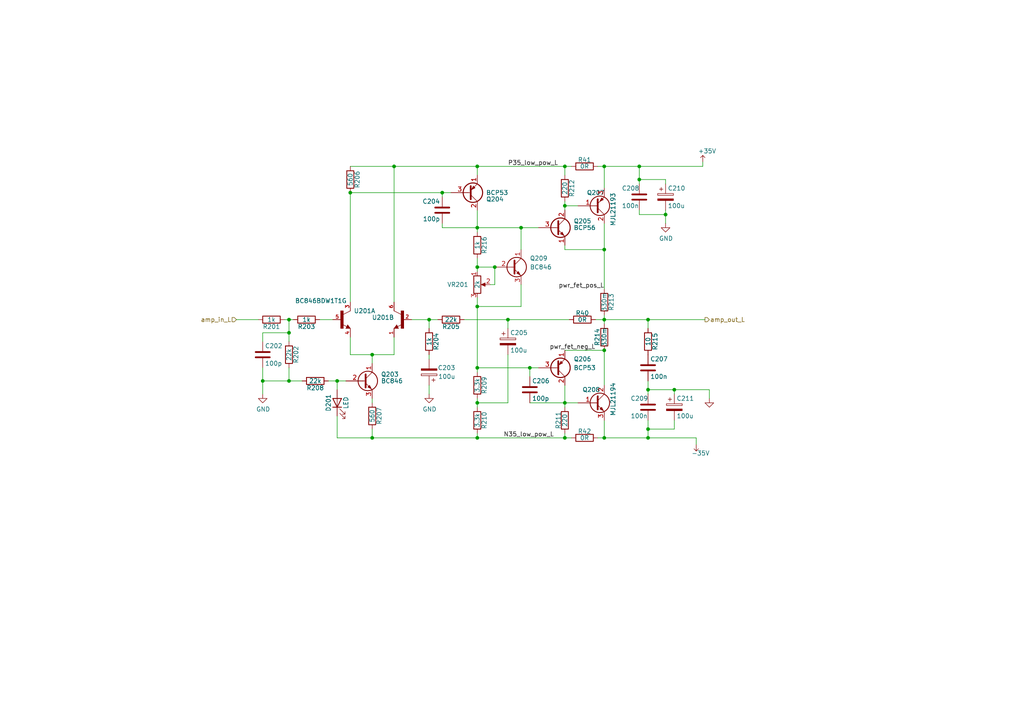
<source format=kicad_sch>
(kicad_sch (version 20211123) (generator eeschema)
  (paper "A4")
  (title_block (title "Left Amplifier Stage") (date "2020-01-21") (rev "A") (company "Shawn Adams") (comment 1 "https://sound-au.com/") (comment 2 "Based on designs by Elliot Sound Products"))
  (lib_symbols
    (symbol "AAMB-rescue:+35V-Power-amp" (power) (pin_names (offset 0))
      (property "Value" "+35V-Power-amp" (at 0.635 2.54 0))
      (symbol "+35V-Power-amp_0_1"
        (polyline (pts (xy 0 1.905) (xy 0.635 1.27)))
        (polyline (pts (xy 0 0) (xy 0 1.905) (xy -0.635 1.27)))
      )
      (symbol "+35V-Power-amp_1_1"
        (pin power_in line (at 0 0 90) (length 0) hide (name "+35V") (number "1"))
      )
    )
    (symbol "AAMB-rescue:-35V-Power-amp" (power) (pin_names (offset 0))
      (property "Value" "-35V-Power-amp" (at 1.27 -2.54 0))
      (symbol "-35V-Power-amp_0_1"
        (polyline (pts (xy 0 -1.905) (xy -0.635 -1.27)))
        (polyline (pts (xy 0 -1.905) (xy 0 0)))
        (polyline (pts (xy 0 -1.905) (xy 0.635 -1.27)))
      )
      (symbol "-35V-Power-amp_1_1"
        (pin power_in line (at 0 0 90) (length 0) hide (name "-35V") (number "1"))
      )
    )
    (symbol "AAMB-rescue:BC546-transistors" (pin_names (offset 0) hide)
      (property "Reference" "Q" (at 5.08 1.905 0))
      (property "Value" "BC546-transistors" (at 5.08 0 0))
      (symbol "BC546-transistors_0_1"
        (polyline (pts (xy 0 0) (xy 0.635 0)))
        (polyline (pts (xy 0.635 0.635) (xy 2.54 2.54)))
        (polyline (pts (xy 0.635 -0.635) (xy 2.54 -2.54) (xy 2.54 -2.54)))
        (polyline (pts (xy 0.635 1.905) (xy 0.635 -1.905) (xy 0.635 -1.905)) (stroke (width 0.508)))
        (polyline (pts (xy 1.27 -1.778) (xy 1.778 -1.27) (xy 2.286 -2.286) (xy 1.27 -1.778) (xy 1.27 -1.778)) (fill (type outline)))
        (circle (center 1.27 0) (radius 2.8194) (stroke (width 0.254)))
      )
      (symbol "BC546-transistors_1_1"
        (pin passive line (at 2.54 5.08 270) (length 2.54) (name "C") (number "1"))
        (pin input line (at -5.08 0 0) (length 5.08) (name "B") (number "2"))
        (pin passive line (at 2.54 -5.08 90) (length 2.54) (name "E") (number "3"))
      )
    )
    (symbol "AAMB-rescue:BC846BDW1T1G-OnSemi_BC846" (pin_names (offset 1.016) hide)
      (property "Reference" "U" (at -10.16 6.0706 0))
      (property "Value" "BC846BDW1T1G-OnSemi_BC846" (at -10.16 -7.62 0))
      (symbol "BC846BDW1T1G-OnSemi_BC846_1_0"
        (rectangle (start -0.254 -2.54) (end 0.508 2.54) (fill (type outline)))
        (polyline (pts (xy 1.27 -2.54) (xy 1.778 -1.524)) (stroke (width 0.1524)))
        (polyline (pts (xy 1.524 -2.413) (xy 2.286 -2.413)) (stroke (width 0.254)))
        (polyline (pts (xy 1.524 -2.286) (xy 1.905 -2.286)) (stroke (width 0.254)))
        (polyline (pts (xy 1.5494 -2.032) (xy 0.3048 -1.4224)) (stroke (width 0.1524)))
        (polyline (pts (xy 1.778 -1.778) (xy 1.524 -2.286)) (stroke (width 0.254)))
        (polyline (pts (xy 1.778 -1.524) (xy 2.54 -2.54)) (stroke (width 0.1524)))
        (polyline (pts (xy 1.905 -2.286) (xy 1.778 -2.032)) (stroke (width 0.254)))
        (polyline (pts (xy 2.286 -2.413) (xy 1.778 -1.778)) (stroke (width 0.254)))
        (polyline (pts (xy 2.54 -2.54) (xy 1.27 -2.54)) (stroke (width 0.1524)))
        (polyline (pts (xy 2.54 2.54) (xy 0.508 1.524)) (stroke (width 0.1524)))
        (pin passive line (at 2.54 5.08 270) (length 2.54) (name "COLLECTOR_1") (number "3"))
        (pin passive line (at 2.54 -5.08 90) (length 2.54) (name "EMITTER_1") (number "4"))
        (pin passive line (at -2.54 0 0) (length 2.54) (name "BASE_1") (number "5"))
      )
      (symbol "BC846BDW1T1G-OnSemi_BC846_2_0"
        (rectangle (start -0.254 -2.54) (end 0.508 2.54) (fill (type outline)))
        (polyline (pts (xy 1.27 -2.54) (xy 1.778 -1.524)) (stroke (width 0.1524)))
        (polyline (pts (xy 1.524 -2.413) (xy 2.286 -2.413)) (stroke (width 0.254)))
        (polyline (pts (xy 1.524 -2.286) (xy 1.905 -2.286)) (stroke (width 0.254)))
        (polyline (pts (xy 1.5494 -2.032) (xy 0.3048 -1.4224)) (stroke (width 0.1524)))
        (polyline (pts (xy 1.778 -1.778) (xy 1.524 -2.286)) (stroke (width 0.254)))
        (polyline (pts (xy 1.778 -1.524) (xy 2.54 -2.54)) (stroke (width 0.1524)))
        (polyline (pts (xy 1.905 -2.286) (xy 1.778 -2.032)) (stroke (width 0.254)))
        (polyline (pts (xy 2.286 -2.413) (xy 1.778 -1.778)) (stroke (width 0.254)))
        (polyline (pts (xy 2.54 -2.54) (xy 1.27 -2.54)) (stroke (width 0.1524)))
        (polyline (pts (xy 2.54 2.54) (xy 0.508 1.524)) (stroke (width 0.1524)))
        (pin passive line (at 2.54 -5.08 90) (length 2.54) (name "EMITTER_2") (number "1"))
        (pin passive line (at -2.54 0 0) (length 2.54) (name "BASE_2") (number "2"))
        (pin passive line (at 2.54 5.08 270) (length 2.54) (name "COLLECTOR_2") (number "6"))
      )
    )
    (symbol "AAMB-rescue:BD139-transistors" (pin_names (offset 0) hide)
      (property "Reference" "Q" (at 5.08 1.905 0))
      (property "Value" "BD139-transistors" (at 5.08 0 0))
      (symbol "BD139-transistors_0_1"
        (polyline (pts (xy 0 0) (xy 0.635 0)))
        (polyline (pts (xy 2.54 -2.54) (xy 0.635 -0.635)))
        (polyline (pts (xy 2.54 2.54) (xy 0.635 0.635)))
        (polyline (pts (xy 0.635 1.905) (xy 0.635 -1.905) (xy 0.635 -1.905)) (stroke (width 0.508)) (fill (type outline)))
        (polyline (pts (xy 1.2446 -1.778) (xy 1.7526 -1.27) (xy 2.286 -2.286) (xy 1.2446 -1.778) (xy 1.2446 -1.778)) (fill (type outline)))
        (circle (center 1.27 0) (radius 2.8194) (stroke (width 0.3048)))
      )
      (symbol "BD139-transistors_1_1"
        (pin passive line (at 2.54 -5.08 90) (length 2.54) (name "E") (number "1"))
        (pin passive line (at 2.54 5.08 270) (length 2.54) (name "C") (number "2"))
        (pin input line (at -5.08 0 0) (length 5.08) (name "B") (number "3"))
      )
    )
    (symbol "AAMB-rescue:BD140-transistors" (pin_names (offset 0) hide)
      (property "Reference" "Q" (at 5.08 1.905 0))
      (property "Value" "BD140-transistors" (at 5.08 0 0))
      (symbol "BD140-transistors_0_1"
        (polyline (pts (xy 0 0) (xy 0.635 0)))
        (polyline (pts (xy 2.54 -2.54) (xy 0.635 -0.635)))
        (polyline (pts (xy 2.54 2.54) (xy 0.635 0.635)))
        (polyline (pts (xy 0.635 1.905) (xy 0.635 -1.905) (xy 0.635 -1.905)) (stroke (width 0.508)) (fill (type outline)))
        (polyline (pts (xy 1.397 -1.905) (xy 1.905 -1.397) (xy 0.889 -0.889) (xy 1.397 -1.905) (xy 1.397 -1.905)) (fill (type outline)))
        (circle (center 1.27 0) (radius 2.8194) (stroke (width 0.3048)))
      )
      (symbol "BD140-transistors_1_1"
        (pin passive line (at 2.54 -5.08 90) (length 2.54) (name "E") (number "1"))
        (pin passive line (at 2.54 5.08 270) (length 2.54) (name "C") (number "2"))
        (pin input line (at -5.08 0 0) (length 5.08) (name "B") (number "3"))
      )
    )
    (symbol "AAMB-rescue:CP-Device" (pin_numbers hide) (pin_names (offset 0.254))
      (property "Reference" "C" (at 0.635 2.54 0))
      (property "Value" "CP-Device" (at 0.635 -2.54 0))
      (symbol "CP-Device_0_1"
        (rectangle (start -2.286 0.508) (end 2.286 1.016))
        (polyline (pts (xy -1.778 2.286) (xy -0.762 2.286)))
        (polyline (pts (xy -1.27 2.794) (xy -1.27 1.778)))
        (rectangle (start 2.286 -0.508) (end -2.286 -1.016) (fill (type outline)))
      )
      (symbol "CP-Device_1_1"
        (pin passive line (at 0 3.81 270) (length 2.794) (name "~") (number "1"))
        (pin passive line (at 0 -3.81 90) (length 2.794) (name "~") (number "2"))
      )
    )
    (symbol "AAMB-rescue:R_POT-Device" (pin_names (offset 1.016) hide)
      (property "Reference" "RV" (at -4.445 0 90))
      (property "Value" "R_POT-Device" (at -2.54 0 90))
      (symbol "R_POT-Device_0_1"
        (polyline (pts (xy 2.54 0) (xy 1.524 0)))
        (polyline (pts (xy 1.143 0) (xy 2.286 0.508) (xy 2.286 -0.508) (xy 1.143 0)) (fill (type outline)))
        (rectangle (start 1.016 2.54) (end -1.016 -2.54) (stroke (width 0.254)))
      )
      (symbol "R_POT-Device_1_1"
        (pin passive line (at 0 3.81 270) (length 1.27) (name "1") (number "1"))
        (pin passive line (at 3.81 0 180) (length 1.27) (name "2") (number "2"))
        (pin passive line (at 0 -3.81 90) (length 1.27) (name "3") (number "3"))
      )
    )
    (symbol "Device:C" (pin_numbers hide) (pin_names (offset 0.254))
      (property "Reference" "C" (at 0.635 2.54 0))
      (property "Value" "C" (at 0.635 -2.54 0))
      (symbol "C_0_1"
        (polyline (pts (xy -2.032 -0.762) (xy 2.032 -0.762)) (stroke (width 0.508)))
        (polyline (pts (xy -2.032 0.762) (xy 2.032 0.762)) (stroke (width 0.508)))
      )
      (symbol "C_1_1"
        (pin passive line (at 0 3.81 270) (length 2.794) (name "~") (number "1"))
        (pin passive line (at 0 -3.81 90) (length 2.794) (name "~") (number "2"))
      )
    )
    (symbol "Device:LED" (pin_numbers hide) (pin_names (offset 1.016) hide)
      (property "Reference" "D" (at 0 2.54 0))
      (property "Value" "LED" (at 0 -2.54 0))
      (symbol "LED_0_1"
        (polyline (pts (xy -1.27 -1.27) (xy -1.27 1.27)) (stroke (width 0.254)))
        (polyline (pts (xy -1.27 0) (xy 1.27 0)))
        (polyline (pts (xy 1.27 -1.27) (xy 1.27 1.27) (xy -1.27 0) (xy 1.27 -1.27)) (stroke (width 0.254)))
        (polyline (pts (xy -3.048 -0.762) (xy -4.572 -2.286) (xy -3.81 -2.286) (xy -4.572 -2.286) (xy -4.572 -1.524)))
        (polyline (pts (xy -1.778 -0.762) (xy -3.302 -2.286) (xy -2.54 -2.286) (xy -3.302 -2.286) (xy -3.302 -1.524)))
      )
      (symbol "LED_1_1"
        (pin passive line (at -3.81 0 0) (length 2.54) (name "K") (number "1"))
        (pin passive line (at 3.81 0 180) (length 2.54) (name "A") (number "2"))
      )
    )
    (symbol "Device:Q_NPN_BCE" (pin_names (offset 0) hide)
      (property "Reference" "Q" (at 5.08 1.27 0))
      (property "Value" "Q_NPN_BCE" (at 5.08 -1.27 0))
      (symbol "Q_NPN_BCE_0_1"
        (polyline (pts (xy 0.635 0.635) (xy 2.54 2.54)))
        (polyline (pts (xy 0.635 -0.635) (xy 2.54 -2.54) (xy 2.54 -2.54)))
        (polyline (pts (xy 0.635 1.905) (xy 0.635 -1.905) (xy 0.635 -1.905)) (stroke (width 0.508)))
        (polyline (pts (xy 1.27 -1.778) (xy 1.778 -1.27) (xy 2.286 -2.286) (xy 1.27 -1.778) (xy 1.27 -1.778)) (fill (type outline)))
        (circle (center 1.27 0) (radius 2.8194) (stroke (width 0.254)))
      )
      (symbol "Q_NPN_BCE_1_1"
        (pin input line (at -5.08 0 0) (length 5.715) (name "B") (number "1"))
        (pin passive line (at 2.54 5.08 270) (length 2.54) (name "C") (number "2"))
        (pin passive line (at 2.54 -5.08 90) (length 2.54) (name "E") (number "3"))
      )
    )
    (symbol "Device:Q_PNP_BCE" (pin_names (offset 0) hide)
      (property "Reference" "Q" (at 5.08 1.27 0))
      (property "Value" "Q_PNP_BCE" (at 5.08 -1.27 0))
      (symbol "Q_PNP_BCE_0_1"
        (polyline (pts (xy 0.635 0.635) (xy 2.54 2.54)))
        (polyline (pts (xy 0.635 -0.635) (xy 2.54 -2.54) (xy 2.54 -2.54)))
        (polyline (pts (xy 0.635 1.905) (xy 0.635 -1.905) (xy 0.635 -1.905)) (stroke (width 0.508)))
        (polyline (pts (xy 2.286 -1.778) (xy 1.778 -2.286) (xy 1.27 -1.27) (xy 2.286 -1.778) (xy 2.286 -1.778)) (fill (type outline)))
        (circle (center 1.27 0) (radius 2.8194) (stroke (width 0.254)))
      )
      (symbol "Q_PNP_BCE_1_1"
        (pin input line (at -5.08 0 0) (length 5.715) (name "B") (number "1"))
        (pin passive line (at 2.54 5.08 270) (length 2.54) (name "C") (number "2"))
        (pin passive line (at 2.54 -5.08 90) (length 2.54) (name "E") (number "3"))
      )
    )
    (symbol "Device:R" (pin_numbers hide) (pin_names (offset 0))
      (property "Reference" "R" (at 2.032 0 90))
      (property "Value" "R" (at 0 0 90))
      (symbol "R_0_1"
        (rectangle (start -1.016 -2.54) (end 1.016 2.54) (stroke (width 0.254)))
      )
      (symbol "R_1_1"
        (pin passive line (at 0 3.81 270) (length 1.27) (name "~") (number "1"))
        (pin passive line (at 0 -3.81 90) (length 1.27) (name "~") (number "2"))
      )
    )
    (symbol "power:GND" (power) (pin_names (offset 0))
      (property "Value" "GND" (at 0 -3.81 0))
      (symbol "GND_0_1"
        (polyline (pts (xy 0 0) (xy 0 -1.27) (xy 1.27 -1.27) (xy 0 -2.54) (xy -1.27 -1.27) (xy 0 -1.27)))
      )
      (symbol "GND_1_1"
        (pin power_in line (at 0 0 270) (length 0) hide (name "GND") (number "1"))
      )
    )
  )
  (junction (at 101.6 55.88))
  (junction (at 151.13 66.04))
  (junction (at 114.3 48.26))
  (junction (at 175.26 72.39))
  (junction (at 83.82 110.49))
  (junction (at 143.51 77.47))
  (junction (at 124.46 92.71))
  (junction (at 187.96 113.03))
  (junction (at 138.43 88.9))
  (junction (at 163.83 116.84))
  (junction (at 195.58 113.03))
  (junction (at 187.96 124.46))
  (junction (at 175.26 101.6))
  (junction (at 193.04 62.23))
  (junction (at 76.2 110.49))
  (junction (at 153.67 106.68))
  (junction (at 138.43 127))
  (junction (at 175.26 127))
  (junction (at 97.79 110.49))
  (junction (at 163.83 59.69))
  (junction (at 83.82 96.52))
  (junction (at 83.82 92.71))
  (junction (at 175.26 92.71))
  (junction (at 138.43 66.04))
  (junction (at 187.96 92.71))
  (junction (at 138.43 48.26))
  (junction (at 163.83 127))
  (junction (at 147.32 92.71))
  (junction (at 185.42 52.07))
  (junction (at 163.83 48.26))
  (junction (at 107.95 102.87))
  (junction (at 128.27 55.88))
  (junction (at 187.96 127))
  (junction (at 107.95 127))
  (junction (at 185.42 48.26))
  (junction (at 138.43 116.84))
  (junction (at 175.26 48.26))
  (junction (at 138.43 77.47))
  (junction (at 138.43 106.68))
  (wire (pts (xy 151.13 66.04) (xy 151.13 72.39)))
  (wire (pts (xy 187.96 124.46) (xy 195.58 124.46)))
  (wire (pts (xy 101.6 55.88) (xy 128.27 55.88)))
  (wire (pts (xy 138.43 48.26) (xy 163.83 48.26)))
  (wire (pts (xy 124.46 111.76) (xy 124.46 114.3)))
  (wire (pts (xy 151.13 88.9) (xy 138.43 88.9)))
  (wire (pts (xy 175.26 92.71) (xy 187.96 92.71)))
  (wire (pts (xy 138.43 116.84) (xy 147.32 116.84)))
  (wire (pts (xy 185.42 62.23) (xy 193.04 62.23)))
  (wire (pts (xy 163.83 116.84) (xy 167.64 116.84)))
  (wire (pts (xy 163.83 111.76) (xy 163.83 116.84)))
  (wire (pts (xy 107.95 105.41) (xy 107.95 102.87)))
  (wire (pts (xy 175.26 48.26) (xy 175.26 54.61)))
  (wire (pts (xy 193.04 53.34) (xy 193.04 52.07)))
  (wire (pts (xy 172.72 92.71) (xy 175.26 92.71)))
  (wire (pts (xy 187.96 113.03) (xy 195.58 113.03)))
  (wire (pts (xy 185.42 48.26) (xy 185.42 52.07)))
  (wire (pts (xy 119.38 92.71) (xy 124.46 92.71)))
  (wire (pts (xy 195.58 113.03) (xy 195.58 114.3)))
  (wire (pts (xy 76.2 99.06) (xy 76.2 96.52)))
  (wire (pts (xy 76.2 114.3) (xy 76.2 110.49)))
  (wire (pts (xy 124.46 92.71) (xy 127 92.71)))
  (wire (pts (xy 185.42 48.26) (xy 203.835 48.26)))
  (wire (pts (xy 173.355 127) (xy 175.26 127)))
  (wire (pts (xy 193.04 62.23) (xy 193.04 64.77)))
  (wire (pts (xy 138.43 127) (xy 138.43 125.73)))
  (wire (pts (xy 187.96 95.25) (xy 187.96 92.71)))
  (wire (pts (xy 128.27 57.15) (xy 128.27 55.88)))
  (wire (pts (xy 138.43 88.9) (xy 138.43 106.68)))
  (wire (pts (xy 83.82 92.71) (xy 85.09 92.71)))
  (wire (pts (xy 92.71 92.71) (xy 96.52 92.71)))
  (wire (pts (xy 114.3 87.63) (xy 114.3 48.26)))
  (wire (pts (xy 165.735 127) (xy 163.83 127)))
  (wire (pts (xy 163.83 127) (xy 163.83 125.73)))
  (wire (pts (xy 175.26 121.92) (xy 175.26 127)))
  (wire (pts (xy 114.3 102.87) (xy 114.3 97.79)))
  (wire (pts (xy 138.43 74.93) (xy 138.43 77.47)))
  (wire (pts (xy 107.95 127) (xy 138.43 127)))
  (wire (pts (xy 187.96 92.71) (xy 204.47 92.71)))
  (wire (pts (xy 138.43 106.68) (xy 138.43 107.95)))
  (wire (pts (xy 138.43 106.68) (xy 153.67 106.68)))
  (wire (pts (xy 101.6 102.87) (xy 107.95 102.87)))
  (wire (pts (xy 101.6 48.26) (xy 114.3 48.26)))
  (wire (pts (xy 68.58 92.71) (xy 74.93 92.71)))
  (wire (pts (xy 163.83 71.12) (xy 163.83 72.39)))
  (wire (pts (xy 97.79 113.03) (xy 97.79 110.49)))
  (wire (pts (xy 175.26 64.77) (xy 175.26 72.39)))
  (wire (pts (xy 175.26 92.71) (xy 175.26 93.98)))
  (wire (pts (xy 83.82 106.68) (xy 83.82 110.49)))
  (wire (pts (xy 187.96 127) (xy 201.93 127)))
  (wire (pts (xy 163.83 101.6) (xy 175.26 101.6)))
  (wire (pts (xy 185.42 52.07) (xy 185.42 53.34)))
  (wire (pts (xy 153.67 116.84) (xy 163.83 116.84)))
  (wire (pts (xy 97.79 127) (xy 107.95 127)))
  (wire (pts (xy 76.2 96.52) (xy 83.82 96.52)))
  (wire (pts (xy 128.27 64.77) (xy 128.27 66.04)))
  (wire (pts (xy 175.26 48.26) (xy 185.42 48.26)))
  (wire (pts (xy 138.43 48.26) (xy 138.43 50.8)))
  (wire (pts (xy 138.43 77.47) (xy 143.51 77.47)))
  (wire (pts (xy 185.42 60.96) (xy 185.42 62.23)))
  (wire (pts (xy 167.64 59.69) (xy 163.83 59.69)))
  (wire (pts (xy 83.82 110.49) (xy 87.63 110.49)))
  (wire (pts (xy 124.46 104.14) (xy 124.46 102.87)))
  (wire (pts (xy 153.67 106.68) (xy 156.21 106.68)))
  (wire (pts (xy 124.46 95.25) (xy 124.46 92.71)))
  (wire (pts (xy 187.96 121.92) (xy 187.96 124.46)))
  (wire (pts (xy 201.93 128.905) (xy 201.93 127)))
  (wire (pts (xy 95.25 110.49) (xy 97.79 110.49)))
  (wire (pts (xy 107.95 127) (xy 107.95 124.46)))
  (wire (pts (xy 187.96 110.49) (xy 187.96 113.03)))
  (wire (pts (xy 83.82 92.71) (xy 83.82 96.52)))
  (wire (pts (xy 165.735 48.26) (xy 163.83 48.26)))
  (wire (pts (xy 97.79 120.65) (xy 97.79 127)))
  (wire (pts (xy 187.96 127) (xy 175.26 127)))
  (wire (pts (xy 187.96 113.03) (xy 187.96 114.3)))
  (wire (pts (xy 76.2 106.68) (xy 76.2 110.49)))
  (wire (pts (xy 163.83 59.69) (xy 163.83 60.96)))
  (wire (pts (xy 138.43 115.57) (xy 138.43 116.84)))
  (wire (pts (xy 138.43 66.04) (xy 151.13 66.04)))
  (wire (pts (xy 147.32 95.25) (xy 147.32 92.71)))
  (wire (pts (xy 138.43 86.36) (xy 138.43 88.9)))
  (wire (pts (xy 107.95 102.87) (xy 114.3 102.87)))
  (wire (pts (xy 138.43 60.96) (xy 138.43 66.04)))
  (wire (pts (xy 175.26 101.6) (xy 175.26 111.76)))
  (wire (pts (xy 187.96 124.46) (xy 187.96 127)))
  (wire (pts (xy 114.3 48.26) (xy 138.43 48.26)))
  (wire (pts (xy 175.26 72.39) (xy 175.26 83.82)))
  (wire (pts (xy 134.62 92.71) (xy 147.32 92.71)))
  (wire (pts (xy 83.82 96.52) (xy 83.82 99.06)))
  (wire (pts (xy 138.43 77.47) (xy 138.43 78.74)))
  (wire (pts (xy 193.04 62.23) (xy 193.04 60.96)))
  (wire (pts (xy 205.74 115.57) (xy 205.74 113.03)))
  (wire (pts (xy 142.24 82.55) (xy 143.51 82.55)))
  (wire (pts (xy 193.04 52.07) (xy 185.42 52.07)))
  (wire (pts (xy 76.2 110.49) (xy 83.82 110.49)))
  (wire (pts (xy 163.83 72.39) (xy 175.26 72.39)))
  (wire (pts (xy 138.43 127) (xy 163.83 127)))
  (wire (pts (xy 138.43 116.84) (xy 138.43 118.11)))
  (wire (pts (xy 175.26 91.44) (xy 175.26 92.71)))
  (wire (pts (xy 163.83 58.42) (xy 163.83 59.69)))
  (wire (pts (xy 143.51 82.55) (xy 143.51 77.47)))
  (wire (pts (xy 82.55 92.71) (xy 83.82 92.71)))
  (wire (pts (xy 128.27 55.88) (xy 130.81 55.88)))
  (wire (pts (xy 101.6 97.79) (xy 101.6 102.87)))
  (wire (pts (xy 163.83 48.26) (xy 163.83 50.8)))
  (wire (pts (xy 203.835 46.99) (xy 203.835 48.26)))
  (wire (pts (xy 97.79 110.49) (xy 100.33 110.49)))
  (wire (pts (xy 163.83 116.84) (xy 163.83 118.11)))
  (wire (pts (xy 175.26 48.26) (xy 173.355 48.26)))
  (wire (pts (xy 153.67 109.22) (xy 153.67 106.68)))
  (wire (pts (xy 138.43 66.04) (xy 138.43 67.31)))
  (wire (pts (xy 151.13 82.55) (xy 151.13 88.9)))
  (wire (pts (xy 147.32 116.84) (xy 147.32 102.87)))
  (wire (pts (xy 165.1 92.71) (xy 147.32 92.71)))
  (wire (pts (xy 151.13 66.04) (xy 156.21 66.04)))
  (wire (pts (xy 205.74 113.03) (xy 195.58 113.03)))
  (wire (pts (xy 195.58 124.46) (xy 195.58 121.92)))
  (wire (pts (xy 107.95 115.57) (xy 107.95 116.84)))
  (wire (pts (xy 101.6 55.88) (xy 101.6 87.63)))
  (wire (pts (xy 128.27 66.04) (xy 138.43 66.04)))
  (label "N35_low_pow_L" (at 146.05 127 0))
  (label "P35_low_pow_L" (at 147.32 48.26 0))
  (label "pwr_fet_pos_L" (at 175.26 83.82 180))
  (label "pwr_fet_neg_L" (at 172.72 101.6 180))
  (hierarchical_label "amp_out_L" (shape output) (at 204.47 92.71 0))
  (hierarchical_label "amp_in_L" (shape input) (at 68.58 92.71 180))
  (symbol (lib_id "Device:R") (at 78.74 92.71 270) (unit 1)
    (property "Reference" "R201" (at 78.74 94.742 90))
    (property "Value" "1k" (at 78.74 92.71 90))
    (property "Footprint" "Resistor_SMD:R_0201_0603Metric_Pad0.64x0.40mm_HandSolder" (effects hide))
    (property "DigiKey" "https://www.digikey.com/product-detail/en/vishay-dale/RCS06031K00FKEA/541-2788-1-ND/5867081" (effects hide))
    (property "MFG" "Vishay Dale" (effects hide))
    (property "MPN" "RCS06031K00FKEA" (effects hide))
  )
  (symbol (lib_id "Device:R") (at 83.82 102.87 0) (unit 1)
    (property "Reference" "R202" (at 85.852 102.87 90))
    (property "Value" "22k" (at 83.82 102.87 90))
    (property "Footprint" "Resistor_SMD:R_0201_0603Metric_Pad0.64x0.40mm_HandSolder" (effects hide))
    (property "DigiKey" "https://www.digikey.com/product-detail/en/te-connectivity-passive-product/CRGCQ0603F22K/A129704CT-ND/8577536" (effects hide))
    (property "MFG" "TE Connectivity Passive Product" (effects hide))
    (property "MPN" "CRGCQ0603F22K" (effects hide))
  )
  (symbol (lib_id "Device:R") (at 91.44 110.49 270) (unit 1)
    (property "Reference" "R208" (at 91.44 112.522 90))
    (property "Value" "22k" (at 91.44 110.49 90))
    (property "Footprint" "Resistor_SMD:R_0201_0603Metric_Pad0.64x0.40mm_HandSolder" (effects hide))
    (property "DigiKey" "https://www.digikey.com/product-detail/en/te-connectivity-passive-product/CRGCQ0603F22K/A129704CT-ND/8577536" (effects hide))
    (property "MFG" "TE Connectivity Passive Product" (effects hide))
    (property "MPN" "CRGCQ0603F22K" (effects hide))
  )
  (symbol (lib_id "Device:C") (at 76.2 102.87 0) (unit 1)
    (property "Reference" "C202" (at 76.835 100.33 0) (effects (justify left)))
    (property "Value" "100p" (at 76.835 105.41 0) (effects (justify left)))
    (property "Footprint" "Capacitor_SMD:C_0603_1608Metric_Pad1.08x0.95mm_HandSolder" (effects hide))
    (property "DigiKey" "https://www.digikey.com/product-detail/en/w%C3%BCrth-elektronik/885012006057/732-7799-1-ND/5454426" (effects hide))
    (property "MFG" "Wurth Elektronik" (effects hide))
    (property "MPN" "885012006057" (effects hide))
  )
  (symbol (lib_id "Device:R") (at 107.95 120.65 0) (unit 1)
    (property "Reference" "R207" (at 109.982 120.65 90))
    (property "Value" "560" (at 107.95 120.65 90))
    (property "Footprint" "Resistor_SMD:R_0201_0603Metric_Pad0.64x0.40mm_HandSolder" (effects hide))
    (property "DigiKey" "https://www.digikey.com/product-detail/en/te-connectivity-passive-product/CRGCQ0603F560R/A129685CT-ND/8577517" (effects hide))
    (property "MFG" "TE Connectivity Passive Product" (effects hide))
    (property "MPN" "CRGCQ0603F560R" (effects hide))
  )
  (symbol (lib_id "AAMB-rescue:BD140-transistors") (at 161.29 106.68 0) (mirror x) (unit 1)
    (property "Reference" "Q206" (at 166.37 104.14 0) (effects (justify left)))
    (property "Value" "BCP53" (at 166.37 106.68 0) (effects (justify left)))
    (property "Footprint" "TO_SOT_Packages_THT:TO-126_Vertical" (effects hide))
    (property "Datasheet" "http://www.onsemi.com/pub/Collateral/BCP53T1-D.PDF" (effects hide))
    (property "DigiKey" "https://www.digikey.com/product-detail/en/on-semiconductor/SBCP53-10T1G/SBCP53-10T1GOSCT-ND/9087709" (effects hide))
    (property "MFG" "ON Semiconductor" (effects hide))
    (property "MPN" "SBCP53-10T1G" (effects hide))
  )
  (symbol (lib_id "Device:R") (at 163.83 121.92 0) (unit 1)
    (property "Reference" "R211" (at 161.925 121.92 90))
    (property "Value" "220" (at 163.83 121.92 90))
    (property "Footprint" "Resistor_SMD:R_0201_0603Metric_Pad0.64x0.40mm_HandSolder" (effects hide))
    (property "DigiKey" "https://www.digikey.com/product-detail/en/panasonic-electronic-components/ERJ-PA3F2200V/P220BYCT-ND/5036154" (effects hide))
    (property "MFG" "Panasonic Electronic Components" (effects hide))
    (property "MPN" "ERJ-PA3F2200V" (effects hide))
  )
  (symbol (lib_id "Device:R") (at 138.43 71.12 0) (unit 1)
    (property "Reference" "R216" (at 140.462 71.12 90))
    (property "Value" "1k" (at 138.43 71.12 90))
    (property "Footprint" "Resistor_SMD:R_0201_0603Metric_Pad0.64x0.40mm_HandSolder" (effects hide))
    (property "DigiKey" "https://www.digikey.com/product-detail/en/vishay-dale/RCS06031K00FKEA/541-2788-1-ND/5867081" (effects hide))
    (property "MFG" "Vishay Dale" (effects hide))
    (property "MPN" "RCS06031K00FKEA" (effects hide))
  )
  (symbol (lib_id "Device:C") (at 128.27 60.96 0) (mirror y) (unit 1)
    (property "Reference" "C204" (at 127.635 58.42 0) (effects (justify left)))
    (property "Value" "100p" (at 127.635 63.5 0) (effects (justify left)))
    (property "Footprint" "Capacitor_SMD:C_0603_1608Metric_Pad1.08x0.95mm_HandSolder" (effects hide))
    (property "DigiKey" "https://www.digikey.com/product-detail/en/w%C3%BCrth-elektronik/885012006057/732-7799-1-ND/5454426" (effects hide))
    (property "MFG" "Wurth Elektronik" (effects hide))
    (property "MPN" "885012006057" (effects hide))
  )
  (symbol (lib_id "AAMB-rescue:CP-Device") (at 193.04 57.15 0) (unit 1)
    (property "Reference" "C210" (at 193.675 54.61 0) (effects (justify left)))
    (property "Value" "100u" (at 193.675 59.69 0) (effects (justify left)))
    (property "Footprint" "Capacitor_SMD:CP_Elec_10x10.5" (effects hide))
    (property "Datasheet" "http://nichicon-us.com/english/products/pdfs/e-uux.pdf" (effects hide))
    (property "DigiKey" "https://www.digikey.com/product-detail/en/nichicon/UUX1J101MNL1GS/493-7453-1-ND/3768847" (effects hide))
    (property "MFG" "Nichicon" (effects hide))
    (property "MPN" "UUX1J101MNL1GS" (effects hide))
  )
  (symbol (lib_id "power:GND") (at 76.2 114.3 0) (unit 1)
    (property "Reference" "#PWR0101" (effects hide))
    (property "Value" "GND" (at 76.327 118.6942 0))
  )
  (symbol (lib_id "Device:R") (at 88.9 92.71 270) (unit 1)
    (property "Reference" "R203" (at 88.9 94.742 90))
    (property "Value" "1k" (at 88.9 92.71 90))
    (property "Footprint" "Resistor_SMD:R_0201_0603Metric_Pad0.64x0.40mm_HandSolder" (effects hide))
    (property "DigiKey" "https://www.digikey.com/product-detail/en/vishay-dale/RCS06031K00FKEA/541-2788-1-ND/5867081" (effects hide))
    (property "MFG" "Vishay Dale" (effects hide))
    (property "MPN" "RCS06031K00FKEA" (effects hide))
  )
  (symbol (lib_id "Device:LED") (at 97.79 116.84 90) (unit 1)
    (property "Reference" "D201" (at 95.25 116.84 0))
    (property "Value" "LED" (at 100.33 116.84 0))
    (property "Footprint" "LED_SMD:LED_0603_1608Metric_Pad1.05x0.95mm_HandSolder" (effects hide))
    (property "Vf" "2.2V" (effects hide))
    (property "DigiKey" "https://www.digikey.com/product-detail/en/rohm-semiconductor/SML-D12U1WT86/SML-D12U1WT86CT-ND/5843858" (effects hide))
    (property "MFG" "Rohm Semiconductor" (effects hide))
    (property "MPN" "SML-D12U1WT86" (effects hide))
  )
  (symbol (lib_id "AAMB-rescue:BC546-transistors") (at 105.41 110.49 0) (unit 1)
    (property "Reference" "Q203" (at 110.49 108.585 0) (effects (justify left)))
    (property "Value" "BC846" (at 110.49 110.49 0) (effects (justify left)))
    (property "Footprint" "TO_SOT_Packages_THT:TO-92_Molded_Narrow" (effects hide))
    (property "Datasheet" "http://www.onsemi.com/pub/Collateral/BC846ALT1-D.PDF" (effects hide))
    (property "DigiKey" "https://www.digikey.com/product-detail/en/on-semiconductor/BC846BLT1G/BC846BLT1GOSTR-ND/918342" (effects hide))
    (property "MFG" "ON Semiconductor" (effects hide))
    (property "MPN" "BC846BLT1G" (effects hide))
  )
  (symbol (lib_id "Device:R") (at 124.46 99.06 0) (unit 1)
    (property "Reference" "R204" (at 126.492 99.06 90))
    (property "Value" "1k" (at 124.46 99.06 90))
    (property "Footprint" "Resistor_SMD:R_0201_0603Metric_Pad0.64x0.40mm_HandSolder" (effects hide))
    (property "DigiKey" "https://www.digikey.com/product-detail/en/vishay-dale/RCS06031K00FKEA/541-2788-1-ND/5867081" (effects hide))
    (property "MFG" "Vishay Dale" (effects hide))
    (property "MPN" "RCS06031K00FKEA" (effects hide))
  )
  (symbol (lib_id "AAMB-rescue:CP-Device") (at 124.46 107.95 180) (unit 1)
    (property "Reference" "C203" (at 132.08 106.68 0) (effects (justify left)))
    (property "Value" "100u" (at 132.08 109.22 0) (effects (justify left)))
    (property "Footprint" "Capacitor_SMD:C_Elec_5x5.4" (effects hide))
    (property "Datasheet" "https://katalog.we-online.de/pbs/datasheet/865080142007.pdf" (effects hide))
    (property "DigiKey" "https://www.digikey.com/product-detail/en/w%C3%BCrth-elektronik/865080142007/732-8472-1-ND/5728429" (effects hide))
    (property "MFG" "Wurth Elektronik" (effects hide))
    (property "MPN" "865080142007" (effects hide))
  )
  (symbol (lib_id "Device:R") (at 130.81 92.71 270) (unit 1)
    (property "Reference" "R205" (at 130.81 94.742 90))
    (property "Value" "22k" (at 130.81 92.71 90))
    (property "Footprint" "Resistor_SMD:R_0201_0603Metric_Pad0.64x0.40mm_HandSolder" (effects hide))
    (property "DigiKey" "https://www.digikey.com/product-detail/en/te-connectivity-passive-product/CRGCQ0603F22K/A129704CT-ND/8577536" (effects hide))
    (property "MFG" "TE Connectivity Passive Product" (effects hide))
    (property "MPN" "CRGCQ0603F22K" (effects hide))
  )
  (symbol (lib_id "Device:R") (at 138.43 121.92 0) (unit 1)
    (property "Reference" "R210" (at 140.462 121.92 90))
    (property "Value" "3.3k" (at 138.43 121.92 90))
    (property "Footprint" "Resistor_SMD:R_0201_0603Metric_Pad0.64x0.40mm_HandSolder" (effects hide))
    (property "DigiKey" "https://www.digikey.com/product-detail/en/vishay-dale/CRCW06033K30FKEA/541-3-30KHCT-ND/1179866" (effects hide))
    (property "MFG" "Vishay Dale" (effects hide))
    (property "MPN" "CRCW06033K30FKEA" (effects hide))
  )
  (symbol (lib_id "Device:R") (at 138.43 111.76 0) (unit 1)
    (property "Reference" "R209" (at 140.462 111.76 90))
    (property "Value" "3.3k" (at 138.43 111.76 90))
    (property "Footprint" "Resistor_SMD:R_0201_0603Metric_Pad0.64x0.40mm_HandSolder" (effects hide))
    (property "DigiKey" "https://www.digikey.com/product-detail/en/vishay-dale/CRCW06033K30FKEA/541-3-30KHCT-ND/1179866" (effects hide))
    (property "MFG" "Vishay Dale" (effects hide))
    (property "MPN" "CRCW06033K30FKEA" (effects hide))
  )
  (symbol (lib_id "AAMB-rescue:CP-Device") (at 147.32 99.06 0) (unit 1)
    (property "Reference" "C205" (at 147.955 96.52 0) (effects (justify left)))
    (property "Value" "100u" (at 147.955 101.6 0) (effects (justify left)))
    (property "Footprint" "Capacitor_SMD:C_Elec_6.3x7.7" (effects hide))
    (property "Datasheet" "https://katalog.we-online.de/pbs/datasheet/865080545012.pdf" (effects hide))
    (property "DigiKey" "https://www.digikey.com/product-detail/en/w%C3%BCrth-elektronik/865080545012/732-8511-1-ND/5728468" (effects hide))
    (property "MFG" "Wurth Elektronik" (effects hide))
    (property "MPN" "865080545012" (effects hide))
  )
  (symbol (lib_id "Device:C") (at 153.67 113.03 0) (unit 1)
    (property "Reference" "C206" (at 154.305 110.49 0) (effects (justify left)))
    (property "Value" "100p" (at 154.305 115.57 0) (effects (justify left)))
    (property "Footprint" "Capacitor_SMD:C_0603_1608Metric_Pad1.08x0.95mm_HandSolder" (effects hide))
    (property "DigiKey" "https://www.digikey.com/product-detail/en/w%C3%BCrth-elektronik/885012006057/732-7799-1-ND/5454426" (effects hide))
    (property "MFG" "Wurth Elektronik" (effects hide))
    (property "MPN" "885012006057" (effects hide))
  )
  (symbol (lib_id "Device:R") (at 175.26 97.79 180) (unit 1)
    (property "Reference" "R214" (at 173.228 97.79 90))
    (property "Value" "330m" (at 175.26 97.79 90))
    (property "Footprint" "Resistor_THT:R_Radial_Power_L13.0mm_W9.0mm_P5.00mm" (effects hide))
    (property "DigiKey" "https://www.digikey.com/product-detail/en/te-connectivity-passive-product/SQMW5R33J/A102472-ND/2365672" (effects hide))
    (property "MFG" "TE Connectivity Passive Product" (effects hide))
    (property "MPN" "SQMW5R33J" (effects hide))
  )
  (symbol (lib_id "Device:R") (at 175.26 87.63 0) (unit 1)
    (property "Reference" "R213" (at 177.292 87.63 90))
    (property "Value" "330m" (at 175.26 87.63 90))
    (property "Footprint" "Resistor_THT:R_Radial_Power_L13.0mm_W9.0mm_P5.00mm" (effects hide))
    (property "DigiKey" "https://www.digikey.com/product-detail/en/te-connectivity-passive-product/SQMW5R33J/A102472-ND/2365672" (effects hide))
    (property "MFG" "TE Connectivity Passive Product" (effects hide))
    (property "MPN" "SQMW5R33J" (effects hide))
  )
  (symbol (lib_id "Device:R") (at 187.96 99.06 0) (unit 1)
    (property "Reference" "R215" (at 189.992 99.06 90))
    (property "Value" "10" (at 187.96 99.06 90))
    (property "Footprint" "Resistor_SMD:R_0201_0603Metric_Pad0.64x0.40mm_HandSolder" (effects hide))
    (property "DigiKey" "https://www.digikey.com/product-detail/en/panasonic-electronic-components/ERJ-PA3F10R0V/P10-00BYCT-ND/5036118" (effects hide))
    (property "MFG" "Panasonic Electronic Components" (effects hide))
    (property "MPN" "ERJ-PA3F10R0V" (effects hide))
  )
  (symbol (lib_id "Device:C") (at 187.96 106.68 0) (unit 1)
    (property "Reference" "C207" (at 188.595 104.14 0) (effects (justify left)))
    (property "Value" "100n" (at 188.595 109.22 0) (effects (justify left)))
    (property "Footprint" "Capacitor_THT:C_Rect_L7.2mm_W4.5mm_P5.00mm_FKS2_FKP2_MKS2_MKP2" (effects hide))
    (property "DigiKey" "https://www.digikey.com/product-detail/en/kemet/R82EC3100AA70K/399-19335-ND/9685239" (effects hide))
    (property "MFG" "KEMET" (effects hide))
    (property "MPN" "R82EC3100AA70K" (effects hide))
  )
  (symbol (lib_id "Device:C") (at 187.96 118.11 0) (unit 1)
    (property "Reference" "C209" (at 182.88 115.57 0) (effects (justify left)))
    (property "Value" "100n" (at 182.88 120.65 0) (effects (justify left)))
    (property "Footprint" "Capacitor_THT:C_Rect_L7.2mm_W4.5mm_P5.00mm_FKS2_FKP2_MKS2_MKP2" (effects hide))
    (property "DigiKey" "https://www.digikey.com/product-detail/en/kemet/R82EC3100AA70K/399-19335-ND/9685239" (effects hide))
    (property "MFG" "KEMET" (effects hide))
    (property "MPN" "R82EC3100AA70K" (effects hide))
  )
  (symbol (lib_id "AAMB-rescue:CP-Device") (at 195.58 118.11 0) (unit 1)
    (property "Reference" "C211" (at 196.215 115.57 0) (effects (justify left)))
    (property "Value" "100u" (at 196.215 120.65 0) (effects (justify left)))
    (property "Footprint" "Capacitor_SMD:CP_Elec_10x10.5" (effects hide))
    (property "Datasheet" "http://nichicon-us.com/english/products/pdfs/e-uux.pdf" (effects hide))
    (property "DigiKey" "https://www.digikey.com/product-detail/en/nichicon/UUX1J101MNL1GS/493-7453-1-ND/3768847" (effects hide))
    (property "MFG" "Nichicon" (effects hide))
    (property "MPN" "UUX1J101MNL1GS" (effects hide))
  )
  (symbol (lib_id "AAMB-rescue:BC546-transistors") (at 148.59 77.47 0) (unit 1)
    (property "Reference" "Q209" (at 153.67 74.93 0) (effects (justify left)))
    (property "Value" "BC846" (at 153.67 77.47 0) (effects (justify left)))
    (property "Footprint" "TO_SOT_Packages_THT:TO-92_Molded_Narrow" (effects hide))
    (property "Datasheet" "http://www.onsemi.com/pub/Collateral/BC846ALT1-D.PDF" (effects hide))
    (property "DigiKey" "https://www.digikey.com/product-detail/en/on-semiconductor/BC846BLT1G/BC846BLT1GOSTR-ND/918342" (effects hide))
    (property "MFG" "ON Semiconductor" (effects hide))
    (property "MPN" "BC846BLT1G" (effects hide))
  )
  (symbol (lib_id "AAMB-rescue:BD140-transistors") (at 135.89 55.88 0) (mirror x) (unit 1)
    (property "Reference" "Q204" (at 140.97 57.785 0) (effects (justify left)))
    (property "Value" "BCP53" (at 140.97 55.88 0) (effects (justify left)))
    (property "Footprint" "TO_SOT_Packages_THT:TO-126_Vertical" (effects hide))
    (property "Datasheet" "http://www.onsemi.com/pub/Collateral/BCP53T1-D.PDF" (effects hide))
    (property "DigiKey" "https://www.digikey.com/product-detail/en/on-semiconductor/SBCP53-10T1G/SBCP53-10T1GOSCT-ND/9087709" (effects hide))
    (property "MFG" "ON Semiconductor" (effects hide))
    (property "MPN" "SBCP53-10T1G" (effects hide))
  )
  (symbol (lib_id "Device:R") (at 101.6 52.07 0) (unit 1)
    (property "Reference" "R206" (at 103.632 52.07 90))
    (property "Value" "560" (at 101.6 52.07 90))
    (property "Footprint" "Resistor_SMD:R_0201_0603Metric_Pad0.64x0.40mm_HandSolder" (effects hide))
    (property "DigiKey" "https://www.digikey.com/product-detail/en/te-connectivity-passive-product/CRGCQ0603F560R/A129685CT-ND/8577517" (effects hide))
    (property "MFG" "TE Connectivity Passive Product" (effects hide))
    (property "MPN" "CRGCQ0603F560R" (effects hide))
  )
  (symbol (lib_id "AAMB-rescue:BD139-transistors") (at 161.29 66.04 0) (unit 1)
    (property "Reference" "Q205" (at 166.37 64.135 0) (effects (justify left)))
    (property "Value" "BCP56" (at 166.37 66.04 0) (effects (justify left)))
    (property "Footprint" "TO_SOT_Packages_THT:TO-126_Vertical" (effects hide))
    (property "Datasheet" "http://www.onsemi.com/pub/Collateral/BCP56T1-D.PDF" (effects hide))
    (property "DigiKey" "https://www.digikey.com/product-detail/en/on-semiconductor/SBCP56-16T3G/SBCP56-16T3GOSCT-ND/5969075" (effects hide))
    (property "MFG" "ON Semiconductor" (effects hide))
    (property "MPN" "SBCP56-16T3G" (effects hide))
  )
  (symbol (lib_id "Device:R") (at 163.83 54.61 0) (unit 1)
    (property "Reference" "R212" (at 165.862 54.61 90))
    (property "Value" "220" (at 163.83 54.61 90))
    (property "Footprint" "Resistor_SMD:R_0201_0603Metric_Pad0.64x0.40mm_HandSolder" (effects hide))
    (property "DigiKey" "https://www.digikey.com/product-detail/en/panasonic-electronic-components/ERJ-PA3F2200V/P220BYCT-ND/5036154" (effects hide))
    (property "MFG" "Panasonic Electronic Components" (effects hide))
    (property "MPN" "ERJ-PA3F2200V" (effects hide))
  )
  (symbol (lib_id "Device:Q_NPN_BCE") (at 172.72 116.84 0) (unit 1)
    (property "Reference" "Q208" (at 168.91 113.03 0) (effects (justify left)))
    (property "Value" "MJL21194" (at 177.8 120.65 90) (effects (justify left)))
    (property "Footprint" "Package_TO_SOT_THT:TO-264-3_Vertical" (effects hide))
    (property "DigiKey" "https://www.digikey.com/products/en/discrete-semiconductor-products/transistors-bipolar-bjt-single/276?k=MJL21194&k=&pkeyword=MJL21194&sv=0&v=488&pv1989=0&sf=0&quantity=&ColumnSort=0&page=1&stock=1&pageSize=25" (effects hide))
    (property "MFG" "ON Semiconductor" (effects hide))
    (property "MPN" "MJL21194G" (effects hide))
  )
  (symbol (lib_id "Device:Q_PNP_BCE") (at 172.72 59.69 0) (mirror x) (unit 1)
    (property "Reference" "Q207" (at 170.18 55.88 0) (effects (justify left)))
    (property "Value" "MJL21193" (at 177.8 55.88 90) (effects (justify left)))
    (property "Footprint" "Package_TO_SOT_THT:TO-264-3_Vertical" (effects hide))
    (property "DigiKey" "https://www.digikey.com/products/en/discrete-semiconductor-products/transistors-bipolar-bjt-single/276?k=MJL21193&k=&pkeyword=MJL21193&sv=0&v=488&pv1989=0&sf=0&quantity=&ColumnSort=0&page=1&stock=1&pageSize=25" (effects hide))
    (property "MFG" "ON Semiconductor" (effects hide))
    (property "MPN" "MJL21193G" (effects hide))
  )
  (symbol (lib_id "Device:C") (at 185.42 57.15 0) (unit 1)
    (property "Reference" "C208" (at 180.34 54.61 0) (effects (justify left)))
    (property "Value" "100n" (at 180.34 59.69 0) (effects (justify left)))
    (property "Footprint" "Capacitor_THT:C_Rect_L7.2mm_W4.5mm_P5.00mm_FKS2_FKP2_MKS2_MKP2" (effects hide))
    (property "DigiKey" "https://www.digikey.com/product-detail/en/kemet/R82EC3100AA70K/399-19335-ND/9685239" (effects hide))
    (property "MFG" "KEMET" (effects hide))
    (property "MPN" "R82EC3100AA70K" (effects hide))
  )
  (symbol (lib_id "power:GND") (at 193.04 64.77 0) (unit 1)
    (property "Reference" "#PWR0102" (effects hide))
    (property "Value" "GND" (at 193.167 69.1642 0))
  )
  (symbol (lib_id "power:GND") (at 124.46 114.3 0) (unit 1)
    (property "Reference" "#PWR0104" (effects hide))
    (property "Value" "GND" (at 124.587 118.6942 0))
  )
  (symbol (lib_id "AAMB-rescue:+35V-Power-amp") (at 203.835 46.99 0) (unit 1)
    (property "Reference" "#PWR0108" (effects hide))
    (property "Value" "+35V" (at 205.105 43.815 0))
  )
  (symbol (lib_id "AAMB-rescue:-35V-Power-amp") (at 201.93 128.905 0) (unit 1)
    (property "Reference" "#PWR0109" (effects hide))
    (property "Value" "-35V" (at 203.2 131.445 0))
  )
  (symbol (lib_id "AAMB-rescue:R_POT-Device") (at 138.43 82.55 0) (unit 1)
    (property "Reference" "VR201" (at 135.89 82.55 0) (effects (justify right)))
    (property "Value" "2k" (at 138.43 81.28 90) (effects (justify right)))
    (property "Footprint" "Potentiometer_THT:Potentiometer_Bourns_3296W_Vertical" (effects hide))
    (property "Datasheet" "https://www.bourns.com/docs/Product-Datasheets/3296.pdf" (effects hide))
    (property "DigiKey" "https://www.digikey.com/product-detail/en/bourns-inc/3296W-1-202LF/3296W-202LF-ND/1088050" (effects hide))
    (property "MFG" "Bourns Inc." (effects hide))
    (property "MPN" "3296W-1-202LF" (effects hide))
  )
  (symbol (lib_id "Device:R") (at 169.545 127 270) (unit 1)
    (property "Reference" "R42" (at 169.545 125.095 90))
    (property "Value" "0R" (at 169.545 127 90))
    (property "Footprint" "Resistor_SMD:R_2010_5025Metric" (effects hide))
    (property "DigiKey" "https://www.digikey.com/product-detail/en/stackpole-electronics-inc/RMCF1210ZT0R00/RMCF1210ZT0R00CT-ND/4250697" (effects hide))
    (property "MFG" "Stackpole Electronics Inc" (effects hide))
    (property "MPN" "RMCF1210ZT0R00" (effects hide))
  )
  (symbol (lib_id "Device:R") (at 169.545 48.26 270) (unit 1)
    (property "Reference" "R41" (at 169.545 46.355 90))
    (property "Value" "0R" (at 169.545 48.26 90))
    (property "Footprint" "Resistor_SMD:R_2010_5025Metric" (effects hide))
    (property "DigiKey" "https://www.digikey.com/product-detail/en/stackpole-electronics-inc/RMCF1210ZT0R00/RMCF1210ZT0R00CT-ND/4250697" (effects hide))
    (property "MFG" "Stackpole Electronics Inc" (effects hide))
    (property "MPN" "RMCF1210ZT0R00" (effects hide))
  )
  (symbol (lib_id "power:GND") (at 205.74 115.57 0) (unit 1)
    (property "Reference" "#PWR0103" (effects hide))
    (property "Value" "GND" (effects hide))
  )
  (symbol (lib_id "Device:R") (at 168.91 92.71 270) (unit 1)
    (property "Reference" "R40" (at 168.91 90.805 90))
    (property "Value" "0R" (at 168.91 92.71 90))
    (property "Footprint" "Resistor_SMD:R_2010_5025Metric" (effects hide))
    (property "DigiKey" "https://www.digikey.com/product-detail/en/stackpole-electronics-inc/RMCF1210ZT0R00/RMCF1210ZT0R00CT-ND/4250697" (effects hide))
    (property "MFG" "Stackpole Electronics Inc" (effects hide))
    (property "MPN" "RMCF1210ZT0R00" (effects hide))
  )
  (symbol (lib_id "AAMB-rescue:BC846BDW1T1G-OnSemi_BC846") (at 99.06 92.71 0) (unit 1)
    (property "Reference" "U201" (at 102.616 90.17 0) (effects (justify left)))
    (property "Value" "BC846BDW1T1G" (effects hide))
    (property "Footprint" "SOT65P210X110-6N" (effects hide))
    (property "Datasheet" "ON Semiconductor" (effects hide))
    (property "Field4" "Bipolar _BJT_ Transistor Array 2 NPN _Dual_ 45V 100mA 100MHz 380mW Surface Mount SC-88/SC70-6/SOT-363" (effects hide))
    (property "Field5" "Unavailable" (effects hide))
    (property "Field6" "SOT-363 ON Semiconductor" (effects hide))
    (property "Field7" "BC847CDW1T1G" (effects hide))
    (property "Field8" "None" (effects hide))
    (property "DigiKey" "https://www.digikey.com/product-detail/en/on-semiconductor/BC846BDW1T1G/BC846BDW1T1GOSTR-ND/1475965" (effects hide))
    (property "MFG" "ON Semiconductor" (effects hide))
    (property "MPN" "BC846BDW1T1G" (effects hide))
  )
  (symbol (lib_id "AAMB-rescue:BC846BDW1T1G-OnSemi_BC846") (at 116.84 92.71 0) (mirror y) (unit 2)
    (property "Reference" "U201" (at 114.3 92.075 0) (effects (justify left)))
    (property "Value" "BC846BDW1T1G" (at 100.584 87.249 0) (effects (justify left)))
    (property "Footprint" "SOT65P210X110-6N" (effects hide))
    (property "Datasheet" "ON Semiconductor" (effects hide))
    (property "Field4" "Bipolar _BJT_ Transistor Array 2 NPN _Dual_ 45V 100mA 100MHz 380mW Surface Mount SC-88/SC70-6/SOT-363" (effects hide))
    (property "Field5" "Unavailable" (effects hide))
    (property "Field6" "SOT-363 ON Semiconductor" (effects hide))
    (property "Field7" "BC847CDW1T1G" (effects hide))
    (property "Field8" "None" (effects hide))
    (property "DigiKey" "https://www.digikey.com/product-detail/en/on-semiconductor/BC846BDW1T1G/BC846BDW1T1GOSTR-ND/1475965" (effects hide))
    (property "MFG" "ON Semiconductor" (effects hide))
    (property "MPN" "BC846BDW1T1G" (effects hide))
  )
)
</source>
